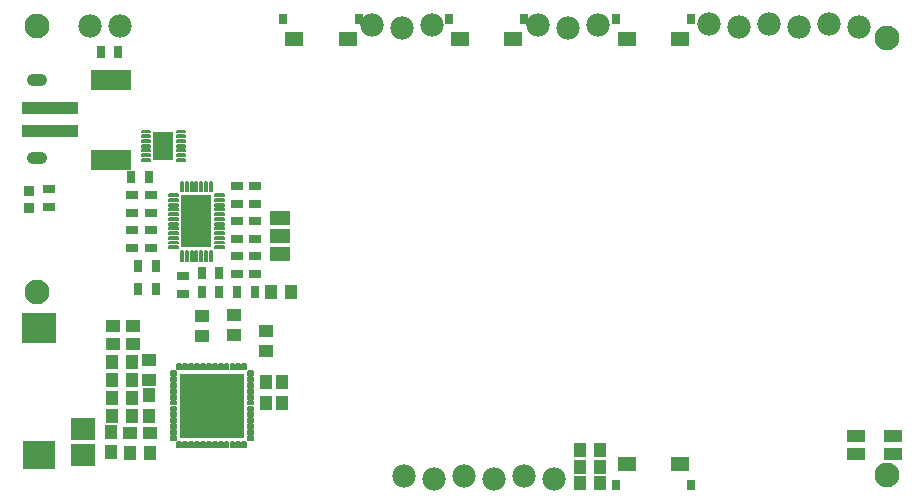
<source format=gbr>
G04 EAGLE Gerber RS-274X export*
G75*
%MOMM*%
%FSLAX34Y34*%
%LPD*%
%INSoldermask Bottom*%
%IPPOS*%
%AMOC8*
5,1,8,0,0,1.08239X$1,22.5*%
G01*
%ADD10C,2.101600*%
%ADD11R,2.101600X1.901600*%
%ADD12R,2.701600X2.351600*%
%ADD13R,2.901600X2.551600*%
%ADD14R,1.201600X1.101600*%
%ADD15R,1.101600X1.201600*%
%ADD16C,0.130963*%
%ADD17R,5.501600X5.501600*%
%ADD18R,1.601600X1.001600*%
%ADD19C,1.981200*%
%ADD20C,0.157581*%
%ADD21R,2.501600X4.501600*%
%ADD22R,1.801600X2.401600*%
%ADD23R,4.701600X1.101600*%
%ADD24R,3.501600X1.701600*%
%ADD25C,1.001600*%
%ADD26R,0.701600X1.001600*%
%ADD27R,1.001600X0.701600*%
%ADD28R,0.901600X0.901600*%
%ADD29R,1.701800X1.270000*%
%ADD30R,1.551600X1.151600*%
%ADD31R,0.701600X0.901600*%


D10*
X735000Y386500D03*
X735000Y16500D03*
X15000Y396500D03*
X15000Y171500D03*
D11*
X54150Y34000D03*
X54150Y56000D03*
D12*
X16850Y34000D03*
D13*
X16850Y141000D03*
D14*
X110800Y52100D03*
X93800Y52100D03*
D15*
X78000Y36000D03*
X78000Y53000D03*
X110000Y67000D03*
X110000Y84000D03*
X111100Y35500D03*
X94100Y35500D03*
D14*
X110000Y97000D03*
X110000Y114000D03*
D15*
X230280Y171850D03*
X213280Y171850D03*
D16*
X132453Y49603D02*
X128247Y49603D01*
X132453Y49603D02*
X132453Y46397D01*
X128247Y46397D01*
X128247Y49603D01*
X128247Y47641D02*
X132453Y47641D01*
X132453Y48885D02*
X128247Y48885D01*
X128247Y54603D02*
X132453Y54603D01*
X132453Y51397D01*
X128247Y51397D01*
X128247Y54603D01*
X128247Y52641D02*
X132453Y52641D01*
X132453Y53885D02*
X128247Y53885D01*
X128247Y59603D02*
X132453Y59603D01*
X132453Y56397D01*
X128247Y56397D01*
X128247Y59603D01*
X128247Y57641D02*
X132453Y57641D01*
X132453Y58885D02*
X128247Y58885D01*
X128247Y64603D02*
X132453Y64603D01*
X132453Y61397D01*
X128247Y61397D01*
X128247Y64603D01*
X128247Y62641D02*
X132453Y62641D01*
X132453Y63885D02*
X128247Y63885D01*
X128247Y69603D02*
X132453Y69603D01*
X132453Y66397D01*
X128247Y66397D01*
X128247Y69603D01*
X128247Y67641D02*
X132453Y67641D01*
X132453Y68885D02*
X128247Y68885D01*
X128247Y74603D02*
X132453Y74603D01*
X132453Y71397D01*
X128247Y71397D01*
X128247Y74603D01*
X128247Y72641D02*
X132453Y72641D01*
X132453Y73885D02*
X128247Y73885D01*
X128247Y79603D02*
X132453Y79603D01*
X132453Y76397D01*
X128247Y76397D01*
X128247Y79603D01*
X128247Y77641D02*
X132453Y77641D01*
X132453Y78885D02*
X128247Y78885D01*
X128247Y84603D02*
X132453Y84603D01*
X132453Y81397D01*
X128247Y81397D01*
X128247Y84603D01*
X128247Y82641D02*
X132453Y82641D01*
X132453Y83885D02*
X128247Y83885D01*
X128247Y89603D02*
X132453Y89603D01*
X132453Y86397D01*
X128247Y86397D01*
X128247Y89603D01*
X128247Y87641D02*
X132453Y87641D01*
X132453Y88885D02*
X128247Y88885D01*
X128247Y94603D02*
X132453Y94603D01*
X132453Y91397D01*
X128247Y91397D01*
X128247Y94603D01*
X128247Y92641D02*
X132453Y92641D01*
X132453Y93885D02*
X128247Y93885D01*
X128247Y99603D02*
X132453Y99603D01*
X132453Y96397D01*
X128247Y96397D01*
X128247Y99603D01*
X128247Y97641D02*
X132453Y97641D01*
X132453Y98885D02*
X128247Y98885D01*
X128247Y104603D02*
X132453Y104603D01*
X132453Y101397D01*
X128247Y101397D01*
X128247Y104603D01*
X128247Y102641D02*
X132453Y102641D01*
X132453Y103885D02*
X128247Y103885D01*
X137103Y106047D02*
X137103Y110253D01*
X137103Y106047D02*
X133897Y106047D01*
X133897Y110253D01*
X137103Y110253D01*
X137103Y107291D02*
X133897Y107291D01*
X133897Y108535D02*
X137103Y108535D01*
X137103Y109779D02*
X133897Y109779D01*
X142103Y110253D02*
X142103Y106047D01*
X138897Y106047D01*
X138897Y110253D01*
X142103Y110253D01*
X142103Y107291D02*
X138897Y107291D01*
X138897Y108535D02*
X142103Y108535D01*
X142103Y109779D02*
X138897Y109779D01*
X147103Y110253D02*
X147103Y106047D01*
X143897Y106047D01*
X143897Y110253D01*
X147103Y110253D01*
X147103Y107291D02*
X143897Y107291D01*
X143897Y108535D02*
X147103Y108535D01*
X147103Y109779D02*
X143897Y109779D01*
X152103Y110253D02*
X152103Y106047D01*
X148897Y106047D01*
X148897Y110253D01*
X152103Y110253D01*
X152103Y107291D02*
X148897Y107291D01*
X148897Y108535D02*
X152103Y108535D01*
X152103Y109779D02*
X148897Y109779D01*
X157103Y110253D02*
X157103Y106047D01*
X153897Y106047D01*
X153897Y110253D01*
X157103Y110253D01*
X157103Y107291D02*
X153897Y107291D01*
X153897Y108535D02*
X157103Y108535D01*
X157103Y109779D02*
X153897Y109779D01*
X162103Y110253D02*
X162103Y106047D01*
X158897Y106047D01*
X158897Y110253D01*
X162103Y110253D01*
X162103Y107291D02*
X158897Y107291D01*
X158897Y108535D02*
X162103Y108535D01*
X162103Y109779D02*
X158897Y109779D01*
X167103Y110253D02*
X167103Y106047D01*
X163897Y106047D01*
X163897Y110253D01*
X167103Y110253D01*
X167103Y107291D02*
X163897Y107291D01*
X163897Y108535D02*
X167103Y108535D01*
X167103Y109779D02*
X163897Y109779D01*
X172103Y110253D02*
X172103Y106047D01*
X168897Y106047D01*
X168897Y110253D01*
X172103Y110253D01*
X172103Y107291D02*
X168897Y107291D01*
X168897Y108535D02*
X172103Y108535D01*
X172103Y109779D02*
X168897Y109779D01*
X177103Y110253D02*
X177103Y106047D01*
X173897Y106047D01*
X173897Y110253D01*
X177103Y110253D01*
X177103Y107291D02*
X173897Y107291D01*
X173897Y108535D02*
X177103Y108535D01*
X177103Y109779D02*
X173897Y109779D01*
X182103Y110253D02*
X182103Y106047D01*
X178897Y106047D01*
X178897Y110253D01*
X182103Y110253D01*
X182103Y107291D02*
X178897Y107291D01*
X178897Y108535D02*
X182103Y108535D01*
X182103Y109779D02*
X178897Y109779D01*
X187103Y110253D02*
X187103Y106047D01*
X183897Y106047D01*
X183897Y110253D01*
X187103Y110253D01*
X187103Y107291D02*
X183897Y107291D01*
X183897Y108535D02*
X187103Y108535D01*
X187103Y109779D02*
X183897Y109779D01*
X192103Y110253D02*
X192103Y106047D01*
X188897Y106047D01*
X188897Y110253D01*
X192103Y110253D01*
X192103Y107291D02*
X188897Y107291D01*
X188897Y108535D02*
X192103Y108535D01*
X192103Y109779D02*
X188897Y109779D01*
X193547Y101397D02*
X197753Y101397D01*
X193547Y101397D02*
X193547Y104603D01*
X197753Y104603D01*
X197753Y101397D01*
X197753Y102641D02*
X193547Y102641D01*
X193547Y103885D02*
X197753Y103885D01*
X197753Y96397D02*
X193547Y96397D01*
X193547Y99603D01*
X197753Y99603D01*
X197753Y96397D01*
X197753Y97641D02*
X193547Y97641D01*
X193547Y98885D02*
X197753Y98885D01*
X197753Y91397D02*
X193547Y91397D01*
X193547Y94603D01*
X197753Y94603D01*
X197753Y91397D01*
X197753Y92641D02*
X193547Y92641D01*
X193547Y93885D02*
X197753Y93885D01*
X197753Y86397D02*
X193547Y86397D01*
X193547Y89603D01*
X197753Y89603D01*
X197753Y86397D01*
X197753Y87641D02*
X193547Y87641D01*
X193547Y88885D02*
X197753Y88885D01*
X197753Y81397D02*
X193547Y81397D01*
X193547Y84603D01*
X197753Y84603D01*
X197753Y81397D01*
X197753Y82641D02*
X193547Y82641D01*
X193547Y83885D02*
X197753Y83885D01*
X197753Y76397D02*
X193547Y76397D01*
X193547Y79603D01*
X197753Y79603D01*
X197753Y76397D01*
X197753Y77641D02*
X193547Y77641D01*
X193547Y78885D02*
X197753Y78885D01*
X197753Y71397D02*
X193547Y71397D01*
X193547Y74603D01*
X197753Y74603D01*
X197753Y71397D01*
X197753Y72641D02*
X193547Y72641D01*
X193547Y73885D02*
X197753Y73885D01*
X197753Y66397D02*
X193547Y66397D01*
X193547Y69603D01*
X197753Y69603D01*
X197753Y66397D01*
X197753Y67641D02*
X193547Y67641D01*
X193547Y68885D02*
X197753Y68885D01*
X197753Y61397D02*
X193547Y61397D01*
X193547Y64603D01*
X197753Y64603D01*
X197753Y61397D01*
X197753Y62641D02*
X193547Y62641D01*
X193547Y63885D02*
X197753Y63885D01*
X197753Y56397D02*
X193547Y56397D01*
X193547Y59603D01*
X197753Y59603D01*
X197753Y56397D01*
X197753Y57641D02*
X193547Y57641D01*
X193547Y58885D02*
X197753Y58885D01*
X197753Y51397D02*
X193547Y51397D01*
X193547Y54603D01*
X197753Y54603D01*
X197753Y51397D01*
X197753Y52641D02*
X193547Y52641D01*
X193547Y53885D02*
X197753Y53885D01*
X197753Y46397D02*
X193547Y46397D01*
X193547Y49603D01*
X197753Y49603D01*
X197753Y46397D01*
X197753Y47641D02*
X193547Y47641D01*
X193547Y48885D02*
X197753Y48885D01*
X188897Y44953D02*
X188897Y40747D01*
X188897Y44953D02*
X192103Y44953D01*
X192103Y40747D01*
X188897Y40747D01*
X188897Y41991D02*
X192103Y41991D01*
X192103Y43235D02*
X188897Y43235D01*
X188897Y44479D02*
X192103Y44479D01*
X183897Y44953D02*
X183897Y40747D01*
X183897Y44953D02*
X187103Y44953D01*
X187103Y40747D01*
X183897Y40747D01*
X183897Y41991D02*
X187103Y41991D01*
X187103Y43235D02*
X183897Y43235D01*
X183897Y44479D02*
X187103Y44479D01*
X178897Y44953D02*
X178897Y40747D01*
X178897Y44953D02*
X182103Y44953D01*
X182103Y40747D01*
X178897Y40747D01*
X178897Y41991D02*
X182103Y41991D01*
X182103Y43235D02*
X178897Y43235D01*
X178897Y44479D02*
X182103Y44479D01*
X173897Y44953D02*
X173897Y40747D01*
X173897Y44953D02*
X177103Y44953D01*
X177103Y40747D01*
X173897Y40747D01*
X173897Y41991D02*
X177103Y41991D01*
X177103Y43235D02*
X173897Y43235D01*
X173897Y44479D02*
X177103Y44479D01*
X168897Y44953D02*
X168897Y40747D01*
X168897Y44953D02*
X172103Y44953D01*
X172103Y40747D01*
X168897Y40747D01*
X168897Y41991D02*
X172103Y41991D01*
X172103Y43235D02*
X168897Y43235D01*
X168897Y44479D02*
X172103Y44479D01*
X163897Y44953D02*
X163897Y40747D01*
X163897Y44953D02*
X167103Y44953D01*
X167103Y40747D01*
X163897Y40747D01*
X163897Y41991D02*
X167103Y41991D01*
X167103Y43235D02*
X163897Y43235D01*
X163897Y44479D02*
X167103Y44479D01*
X158897Y44953D02*
X158897Y40747D01*
X158897Y44953D02*
X162103Y44953D01*
X162103Y40747D01*
X158897Y40747D01*
X158897Y41991D02*
X162103Y41991D01*
X162103Y43235D02*
X158897Y43235D01*
X158897Y44479D02*
X162103Y44479D01*
X153897Y44953D02*
X153897Y40747D01*
X153897Y44953D02*
X157103Y44953D01*
X157103Y40747D01*
X153897Y40747D01*
X153897Y41991D02*
X157103Y41991D01*
X157103Y43235D02*
X153897Y43235D01*
X153897Y44479D02*
X157103Y44479D01*
X148897Y44953D02*
X148897Y40747D01*
X148897Y44953D02*
X152103Y44953D01*
X152103Y40747D01*
X148897Y40747D01*
X148897Y41991D02*
X152103Y41991D01*
X152103Y43235D02*
X148897Y43235D01*
X148897Y44479D02*
X152103Y44479D01*
X143897Y44953D02*
X143897Y40747D01*
X143897Y44953D02*
X147103Y44953D01*
X147103Y40747D01*
X143897Y40747D01*
X143897Y41991D02*
X147103Y41991D01*
X147103Y43235D02*
X143897Y43235D01*
X143897Y44479D02*
X147103Y44479D01*
X138897Y44953D02*
X138897Y40747D01*
X138897Y44953D02*
X142103Y44953D01*
X142103Y40747D01*
X138897Y40747D01*
X138897Y41991D02*
X142103Y41991D01*
X142103Y43235D02*
X138897Y43235D01*
X138897Y44479D02*
X142103Y44479D01*
X133897Y44953D02*
X133897Y40747D01*
X133897Y44953D02*
X137103Y44953D01*
X137103Y40747D01*
X133897Y40747D01*
X133897Y41991D02*
X137103Y41991D01*
X137103Y43235D02*
X133897Y43235D01*
X133897Y44479D02*
X137103Y44479D01*
D17*
X163000Y75500D03*
D15*
X78500Y67000D03*
X95500Y67000D03*
X78500Y82000D03*
X95500Y82000D03*
X78500Y97000D03*
X95500Y97000D03*
D14*
X96500Y142500D03*
X79500Y142500D03*
X96700Y127600D03*
X79700Y127600D03*
D15*
X474650Y37720D03*
X491650Y37720D03*
X474650Y9720D03*
X491650Y9720D03*
X474550Y23720D03*
X491550Y23720D03*
X78700Y112500D03*
X95700Y112500D03*
D18*
X708850Y34780D03*
X708850Y49780D03*
X739850Y49780D03*
X739850Y34780D03*
D19*
X711000Y396000D03*
X685600Y398540D03*
X660200Y396000D03*
X634800Y398540D03*
X609400Y396000D03*
X584000Y398540D03*
D20*
X162820Y206170D02*
X162820Y198130D01*
X161180Y198130D01*
X161180Y206170D01*
X162820Y206170D01*
X162820Y199627D02*
X161180Y199627D01*
X161180Y201124D02*
X162820Y201124D01*
X162820Y202621D02*
X161180Y202621D01*
X161180Y204118D02*
X162820Y204118D01*
X162820Y205615D02*
X161180Y205615D01*
X158820Y206170D02*
X158820Y198130D01*
X157180Y198130D01*
X157180Y206170D01*
X158820Y206170D01*
X158820Y199627D02*
X157180Y199627D01*
X157180Y201124D02*
X158820Y201124D01*
X158820Y202621D02*
X157180Y202621D01*
X157180Y204118D02*
X158820Y204118D01*
X158820Y205615D02*
X157180Y205615D01*
X154820Y206170D02*
X154820Y198130D01*
X153180Y198130D01*
X153180Y206170D01*
X154820Y206170D01*
X154820Y199627D02*
X153180Y199627D01*
X153180Y201124D02*
X154820Y201124D01*
X154820Y202621D02*
X153180Y202621D01*
X153180Y204118D02*
X154820Y204118D01*
X154820Y205615D02*
X153180Y205615D01*
X150820Y206170D02*
X150820Y198130D01*
X149180Y198130D01*
X149180Y206170D01*
X150820Y206170D01*
X150820Y199627D02*
X149180Y199627D01*
X149180Y201124D02*
X150820Y201124D01*
X150820Y202621D02*
X149180Y202621D01*
X149180Y204118D02*
X150820Y204118D01*
X150820Y205615D02*
X149180Y205615D01*
X146820Y206170D02*
X146820Y198130D01*
X145180Y198130D01*
X145180Y206170D01*
X146820Y206170D01*
X146820Y199627D02*
X145180Y199627D01*
X145180Y201124D02*
X146820Y201124D01*
X146820Y202621D02*
X145180Y202621D01*
X145180Y204118D02*
X146820Y204118D01*
X146820Y205615D02*
X145180Y205615D01*
X142820Y206170D02*
X142820Y198130D01*
X141180Y198130D01*
X141180Y206170D01*
X142820Y206170D01*
X142820Y199627D02*
X141180Y199627D01*
X141180Y201124D02*
X142820Y201124D01*
X142820Y202621D02*
X141180Y202621D01*
X141180Y204118D02*
X142820Y204118D01*
X142820Y205615D02*
X141180Y205615D01*
X138820Y206170D02*
X138820Y198130D01*
X137180Y198130D01*
X137180Y206170D01*
X138820Y206170D01*
X138820Y199627D02*
X137180Y199627D01*
X137180Y201124D02*
X138820Y201124D01*
X138820Y202621D02*
X137180Y202621D01*
X137180Y204118D02*
X138820Y204118D01*
X138820Y205615D02*
X137180Y205615D01*
X138820Y256830D02*
X138820Y264870D01*
X138820Y256830D02*
X137180Y256830D01*
X137180Y264870D01*
X138820Y264870D01*
X138820Y258327D02*
X137180Y258327D01*
X137180Y259824D02*
X138820Y259824D01*
X138820Y261321D02*
X137180Y261321D01*
X137180Y262818D02*
X138820Y262818D01*
X138820Y264315D02*
X137180Y264315D01*
X142820Y264870D02*
X142820Y256830D01*
X141180Y256830D01*
X141180Y264870D01*
X142820Y264870D01*
X142820Y258327D02*
X141180Y258327D01*
X141180Y259824D02*
X142820Y259824D01*
X142820Y261321D02*
X141180Y261321D01*
X141180Y262818D02*
X142820Y262818D01*
X142820Y264315D02*
X141180Y264315D01*
X146820Y264870D02*
X146820Y256830D01*
X145180Y256830D01*
X145180Y264870D01*
X146820Y264870D01*
X146820Y258327D02*
X145180Y258327D01*
X145180Y259824D02*
X146820Y259824D01*
X146820Y261321D02*
X145180Y261321D01*
X145180Y262818D02*
X146820Y262818D01*
X146820Y264315D02*
X145180Y264315D01*
X150820Y264870D02*
X150820Y256830D01*
X149180Y256830D01*
X149180Y264870D01*
X150820Y264870D01*
X150820Y258327D02*
X149180Y258327D01*
X149180Y259824D02*
X150820Y259824D01*
X150820Y261321D02*
X149180Y261321D01*
X149180Y262818D02*
X150820Y262818D01*
X150820Y264315D02*
X149180Y264315D01*
X154820Y264870D02*
X154820Y256830D01*
X153180Y256830D01*
X153180Y264870D01*
X154820Y264870D01*
X154820Y258327D02*
X153180Y258327D01*
X153180Y259824D02*
X154820Y259824D01*
X154820Y261321D02*
X153180Y261321D01*
X153180Y262818D02*
X154820Y262818D01*
X154820Y264315D02*
X153180Y264315D01*
X158820Y264870D02*
X158820Y256830D01*
X157180Y256830D01*
X157180Y264870D01*
X158820Y264870D01*
X158820Y258327D02*
X157180Y258327D01*
X157180Y259824D02*
X158820Y259824D01*
X158820Y261321D02*
X157180Y261321D01*
X157180Y262818D02*
X158820Y262818D01*
X158820Y264315D02*
X157180Y264315D01*
X162820Y264870D02*
X162820Y256830D01*
X161180Y256830D01*
X161180Y264870D01*
X162820Y264870D01*
X162820Y258327D02*
X161180Y258327D01*
X161180Y259824D02*
X162820Y259824D01*
X162820Y261321D02*
X161180Y261321D01*
X161180Y262818D02*
X162820Y262818D01*
X162820Y264315D02*
X161180Y264315D01*
X165330Y254320D02*
X173370Y254320D01*
X173370Y252680D01*
X165330Y252680D01*
X165330Y254320D01*
X165330Y254177D02*
X173370Y254177D01*
X173370Y250320D02*
X165330Y250320D01*
X173370Y250320D02*
X173370Y248680D01*
X165330Y248680D01*
X165330Y250320D01*
X165330Y250177D02*
X173370Y250177D01*
X173370Y246320D02*
X165330Y246320D01*
X173370Y246320D02*
X173370Y244680D01*
X165330Y244680D01*
X165330Y246320D01*
X165330Y246177D02*
X173370Y246177D01*
X173370Y242320D02*
X165330Y242320D01*
X173370Y242320D02*
X173370Y240680D01*
X165330Y240680D01*
X165330Y242320D01*
X165330Y242177D02*
X173370Y242177D01*
X173370Y238320D02*
X165330Y238320D01*
X173370Y238320D02*
X173370Y236680D01*
X165330Y236680D01*
X165330Y238320D01*
X165330Y238177D02*
X173370Y238177D01*
X173370Y234320D02*
X165330Y234320D01*
X173370Y234320D02*
X173370Y232680D01*
X165330Y232680D01*
X165330Y234320D01*
X165330Y234177D02*
X173370Y234177D01*
X173370Y230320D02*
X165330Y230320D01*
X173370Y230320D02*
X173370Y228680D01*
X165330Y228680D01*
X165330Y230320D01*
X165330Y230177D02*
X173370Y230177D01*
X173370Y226320D02*
X165330Y226320D01*
X173370Y226320D02*
X173370Y224680D01*
X165330Y224680D01*
X165330Y226320D01*
X165330Y226177D02*
X173370Y226177D01*
X173370Y222320D02*
X165330Y222320D01*
X173370Y222320D02*
X173370Y220680D01*
X165330Y220680D01*
X165330Y222320D01*
X165330Y222177D02*
X173370Y222177D01*
X173370Y218320D02*
X165330Y218320D01*
X173370Y218320D02*
X173370Y216680D01*
X165330Y216680D01*
X165330Y218320D01*
X165330Y218177D02*
X173370Y218177D01*
X173370Y214320D02*
X165330Y214320D01*
X173370Y214320D02*
X173370Y212680D01*
X165330Y212680D01*
X165330Y214320D01*
X165330Y214177D02*
X173370Y214177D01*
X173370Y210320D02*
X165330Y210320D01*
X173370Y210320D02*
X173370Y208680D01*
X165330Y208680D01*
X165330Y210320D01*
X165330Y210177D02*
X173370Y210177D01*
X134670Y210320D02*
X126630Y210320D01*
X134670Y210320D02*
X134670Y208680D01*
X126630Y208680D01*
X126630Y210320D01*
X126630Y210177D02*
X134670Y210177D01*
X134670Y214320D02*
X126630Y214320D01*
X134670Y214320D02*
X134670Y212680D01*
X126630Y212680D01*
X126630Y214320D01*
X126630Y214177D02*
X134670Y214177D01*
X134670Y218320D02*
X126630Y218320D01*
X134670Y218320D02*
X134670Y216680D01*
X126630Y216680D01*
X126630Y218320D01*
X126630Y218177D02*
X134670Y218177D01*
X134670Y222320D02*
X126630Y222320D01*
X134670Y222320D02*
X134670Y220680D01*
X126630Y220680D01*
X126630Y222320D01*
X126630Y222177D02*
X134670Y222177D01*
X134670Y226320D02*
X126630Y226320D01*
X134670Y226320D02*
X134670Y224680D01*
X126630Y224680D01*
X126630Y226320D01*
X126630Y226177D02*
X134670Y226177D01*
X134670Y230320D02*
X126630Y230320D01*
X134670Y230320D02*
X134670Y228680D01*
X126630Y228680D01*
X126630Y230320D01*
X126630Y230177D02*
X134670Y230177D01*
X134670Y234320D02*
X126630Y234320D01*
X134670Y234320D02*
X134670Y232680D01*
X126630Y232680D01*
X126630Y234320D01*
X126630Y234177D02*
X134670Y234177D01*
X134670Y238320D02*
X126630Y238320D01*
X134670Y238320D02*
X134670Y236680D01*
X126630Y236680D01*
X126630Y238320D01*
X126630Y238177D02*
X134670Y238177D01*
X134670Y242320D02*
X126630Y242320D01*
X134670Y242320D02*
X134670Y240680D01*
X126630Y240680D01*
X126630Y242320D01*
X126630Y242177D02*
X134670Y242177D01*
X134670Y246320D02*
X126630Y246320D01*
X134670Y246320D02*
X134670Y244680D01*
X126630Y244680D01*
X126630Y246320D01*
X126630Y246177D02*
X134670Y246177D01*
X134670Y250320D02*
X126630Y250320D01*
X134670Y250320D02*
X134670Y248680D01*
X126630Y248680D01*
X126630Y250320D01*
X126630Y250177D02*
X134670Y250177D01*
X134670Y254320D02*
X126630Y254320D01*
X134670Y254320D02*
X134670Y252680D01*
X126630Y252680D01*
X126630Y254320D01*
X126630Y254177D02*
X134670Y254177D01*
D21*
X150000Y231500D03*
D20*
X110670Y282680D02*
X103630Y282680D01*
X103630Y284320D01*
X110670Y284320D01*
X110670Y282680D01*
X110670Y284177D02*
X103630Y284177D01*
X103630Y286680D02*
X110670Y286680D01*
X103630Y286680D02*
X103630Y288320D01*
X110670Y288320D01*
X110670Y286680D01*
X110670Y288177D02*
X103630Y288177D01*
X103630Y290680D02*
X110670Y290680D01*
X103630Y290680D02*
X103630Y292320D01*
X110670Y292320D01*
X110670Y290680D01*
X110670Y292177D02*
X103630Y292177D01*
X103630Y294680D02*
X110670Y294680D01*
X103630Y294680D02*
X103630Y296320D01*
X110670Y296320D01*
X110670Y294680D01*
X110670Y296177D02*
X103630Y296177D01*
X103630Y298680D02*
X110670Y298680D01*
X103630Y298680D02*
X103630Y300320D01*
X110670Y300320D01*
X110670Y298680D01*
X110670Y300177D02*
X103630Y300177D01*
X103630Y302680D02*
X110670Y302680D01*
X103630Y302680D02*
X103630Y304320D01*
X110670Y304320D01*
X110670Y302680D01*
X110670Y304177D02*
X103630Y304177D01*
X103630Y306680D02*
X110670Y306680D01*
X103630Y306680D02*
X103630Y308320D01*
X110670Y308320D01*
X110670Y306680D01*
X110670Y308177D02*
X103630Y308177D01*
X133330Y306680D02*
X140370Y306680D01*
X133330Y306680D02*
X133330Y308320D01*
X140370Y308320D01*
X140370Y306680D01*
X140370Y308177D02*
X133330Y308177D01*
X133330Y302680D02*
X140370Y302680D01*
X133330Y302680D02*
X133330Y304320D01*
X140370Y304320D01*
X140370Y302680D01*
X140370Y304177D02*
X133330Y304177D01*
X133330Y298680D02*
X140370Y298680D01*
X133330Y298680D02*
X133330Y300320D01*
X140370Y300320D01*
X140370Y298680D01*
X140370Y300177D02*
X133330Y300177D01*
X133330Y294680D02*
X140370Y294680D01*
X133330Y294680D02*
X133330Y296320D01*
X140370Y296320D01*
X140370Y294680D01*
X140370Y296177D02*
X133330Y296177D01*
X133330Y290680D02*
X140370Y290680D01*
X133330Y290680D02*
X133330Y292320D01*
X140370Y292320D01*
X140370Y290680D01*
X140370Y292177D02*
X133330Y292177D01*
X133330Y286680D02*
X140370Y286680D01*
X133330Y286680D02*
X133330Y288320D01*
X140370Y288320D01*
X140370Y286680D01*
X140370Y288177D02*
X133330Y288177D01*
X133330Y282680D02*
X140370Y282680D01*
X133330Y282680D02*
X133330Y284320D01*
X140370Y284320D01*
X140370Y282680D01*
X140370Y284177D02*
X133330Y284177D01*
D22*
X122000Y295500D03*
D23*
X26000Y307500D03*
X26000Y327500D03*
D24*
X78000Y283500D03*
X78000Y351500D03*
D25*
X18500Y351000D02*
X11500Y351000D01*
X11500Y285000D02*
X18500Y285000D01*
D26*
X69000Y374500D03*
X84000Y374500D03*
D27*
X184500Y261000D03*
X184500Y246000D03*
X200000Y216500D03*
X200000Y231500D03*
X184500Y216500D03*
X184500Y231500D03*
D28*
X8000Y242500D03*
X8000Y257500D03*
D27*
X25000Y258500D03*
X25000Y243500D03*
X95500Y238500D03*
X95500Y253500D03*
X111500Y253500D03*
X111500Y238500D03*
D26*
X95000Y269000D03*
X110000Y269000D03*
D27*
X111500Y224000D03*
X111500Y209000D03*
X95500Y209000D03*
X95500Y224000D03*
D26*
X100500Y194000D03*
X115500Y194000D03*
D27*
X200000Y261000D03*
X200000Y246000D03*
X200000Y202000D03*
X200000Y187000D03*
D26*
X184500Y172000D03*
X199500Y172000D03*
D27*
X184500Y202000D03*
X184500Y187000D03*
D26*
X169500Y172000D03*
X154500Y172000D03*
X169500Y187500D03*
X154500Y187500D03*
D29*
X220500Y203760D03*
X220500Y219000D03*
X220500Y234240D03*
D14*
X182000Y152000D03*
X182000Y135000D03*
X154500Y151500D03*
X154500Y134500D03*
X209000Y139000D03*
X209000Y122000D03*
D19*
X439500Y397770D03*
X464900Y395230D03*
X490300Y397770D03*
X299000Y397770D03*
X324400Y395230D03*
X349800Y397770D03*
X59500Y396500D03*
X85000Y396500D03*
X452500Y13000D03*
X427100Y15540D03*
X401700Y13000D03*
X376300Y15540D03*
X350900Y13000D03*
X325500Y15540D03*
D15*
X222500Y78000D03*
X222500Y95000D03*
X209000Y78000D03*
X209000Y95000D03*
D27*
X138500Y170000D03*
X138500Y185000D03*
D26*
X100500Y174000D03*
X115500Y174000D03*
D30*
X372750Y385750D03*
X418250Y385750D03*
D31*
X363500Y403000D03*
X427500Y403000D03*
D30*
X232750Y385750D03*
X278250Y385750D03*
D31*
X223500Y403000D03*
X287500Y403000D03*
D30*
X514250Y385750D03*
X559750Y385750D03*
D31*
X505000Y403000D03*
X569000Y403000D03*
D30*
X559750Y25750D03*
X514250Y25750D03*
D31*
X569000Y8500D03*
X505000Y8500D03*
M02*

</source>
